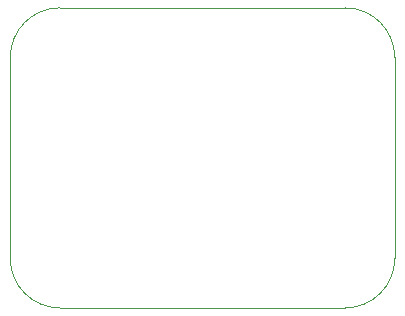
<source format=gm1>
G04 #@! TF.GenerationSoftware,KiCad,Pcbnew,7.0.0-da2b9df05c~165~ubuntu22.04.1*
G04 #@! TF.CreationDate,2023-08-11T13:03:54+00:00*
G04 #@! TF.ProjectId,sensus-breakout,73656e73-7573-42d6-9272-65616b6f7574,rev?*
G04 #@! TF.SameCoordinates,Original*
G04 #@! TF.FileFunction,Profile,NP*
%FSLAX46Y46*%
G04 Gerber Fmt 4.6, Leading zero omitted, Abs format (unit mm)*
G04 Created by KiCad (PCBNEW 7.0.0-da2b9df05c~165~ubuntu22.04.1) date 2023-08-11 13:03:54*
%MOMM*%
%LPD*%
G01*
G04 APERTURE LIST*
G04 #@! TA.AperFunction,Profile*
%ADD10C,0.100000*%
G04 #@! TD*
G04 APERTURE END LIST*
D10*
X158707515Y-118110015D02*
G75*
G03*
X162898515Y-113919000I-15J4191015D01*
G01*
X130344485Y-113919000D02*
X130344485Y-96901000D01*
X134535485Y-92709985D02*
G75*
G03*
X130344485Y-96901000I15J-4191015D01*
G01*
X158707515Y-118110000D02*
X134535485Y-118110000D01*
X130344500Y-113919000D02*
G75*
G03*
X134535485Y-118110000I4191000J0D01*
G01*
X162898515Y-96901000D02*
X162898515Y-113919000D01*
X134535485Y-92710000D02*
X158707515Y-92710000D01*
X162898500Y-96901000D02*
G75*
G03*
X158707515Y-92710000I-4191000J0D01*
G01*
M02*

</source>
